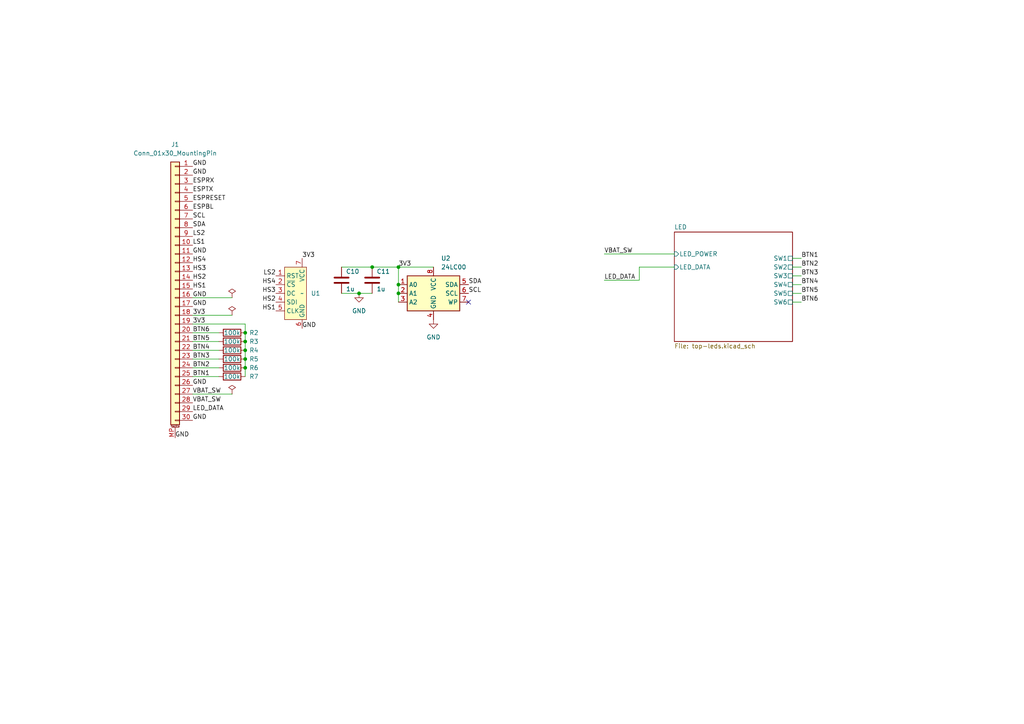
<source format=kicad_sch>
(kicad_sch (version 20230121) (generator eeschema)
  (paper "A4")
  (lib_symbols
    (symbol "Connector_Generic_MountingPin:Conn_01x30_MountingPin" (pin_names (offset 1.016) hide)
      (property "Reference" "J" (at 0 38.1 0))
      (property "Value" "Conn_01x30_MountingPin" (at 1.27 -40.64 0))
      (symbol "Conn_01x30_MountingPin_1_1"
        (rectangle (start -1.27 -37.973) (end 0 -38.227) (stroke (width 0.1524)))
        (rectangle (start -1.27 -35.433) (end 0 -35.687) (stroke (width 0.1524)))
        (rectangle (start -1.27 -32.893) (end 0 -33.147) (stroke (width 0.1524)))
        (rectangle (start -1.27 -30.353) (end 0 -30.607) (stroke (width 0.1524)))
        (rectangle (start -1.27 -27.813) (end 0 -28.067) (stroke (width 0.1524)))
        (rectangle (start -1.27 -25.273) (end 0 -25.527) (stroke (width 0.1524)))
        (rectangle (start -1.27 -22.733) (end 0 -22.987) (stroke (width 0.1524)))
        (rectangle (start -1.27 -20.193) (end 0 -20.447) (stroke (width 0.1524)))
        (rectangle (start -1.27 -17.653) (end 0 -17.907) (stroke (width 0.1524)))
        (rectangle (start -1.27 -15.113) (end 0 -15.367) (stroke (width 0.1524)))
        (rectangle (start -1.27 -12.573) (end 0 -12.827) (stroke (width 0.1524)))
        (rectangle (start -1.27 -10.033) (end 0 -10.287) (stroke (width 0.1524)))
        (rectangle (start -1.27 -7.493) (end 0 -7.747) (stroke (width 0.1524)))
        (rectangle (start -1.27 -4.953) (end 0 -5.207) (stroke (width 0.1524)))
        (rectangle (start -1.27 -2.413) (end 0 -2.667) (stroke (width 0.1524)))
        (rectangle (start -1.27 0.127) (end 0 -0.127) (stroke (width 0.1524)))
        (rectangle (start -1.27 2.667) (end 0 2.413) (stroke (width 0.1524)))
        (rectangle (start -1.27 5.207) (end 0 4.953) (stroke (width 0.1524)))
        (rectangle (start -1.27 7.747) (end 0 7.493) (stroke (width 0.1524)))
        (rectangle (start -1.27 10.287) (end 0 10.033) (stroke (width 0.1524)))
        (rectangle (start -1.27 12.827) (end 0 12.573) (stroke (width 0.1524)))
        (rectangle (start -1.27 15.367) (end 0 15.113) (stroke (width 0.1524)))
        (rectangle (start -1.27 17.907) (end 0 17.653) (stroke (width 0.1524)))
        (rectangle (start -1.27 20.447) (end 0 20.193) (stroke (width 0.1524)))
        (rectangle (start -1.27 22.987) (end 0 22.733) (stroke (width 0.1524)))
        (rectangle (start -1.27 25.527) (end 0 25.273) (stroke (width 0.1524)))
        (rectangle (start -1.27 28.067) (end 0 27.813) (stroke (width 0.1524)))
        (rectangle (start -1.27 30.607) (end 0 30.353) (stroke (width 0.1524)))
        (rectangle (start -1.27 33.147) (end 0 32.893) (stroke (width 0.1524)))
        (rectangle (start -1.27 35.687) (end 0 35.433) (stroke (width 0.1524)))
        (rectangle (start -1.27 36.83) (end 1.27 -39.37) (stroke (width 0.254)) (fill (type background)))
        (polyline (pts (xy -1.016 -40.132) (xy 1.016 -40.132)) (stroke (width 0.1524)))
        (text "Mounting" (at 0 -39.751 0) (effects (font (size 0.381 0.381))))
        (pin passive line (at -5.08 35.56 0) (length 3.81) (name "Pin_1") (number "1"))
        (pin passive line (at -5.08 12.7 0) (length 3.81) (name "Pin_10") (number "10"))
        (pin passive line (at -5.08 10.16 0) (length 3.81) (name "Pin_11") (number "11"))
        (pin passive line (at -5.08 7.62 0) (length 3.81) (name "Pin_12") (number "12"))
        (pin passive line (at -5.08 5.08 0) (length 3.81) (name "Pin_13") (number "13"))
        (pin passive line (at -5.08 2.54 0) (length 3.81) (name "Pin_14") (number "14"))
        (pin passive line (at -5.08 0 0) (length 3.81) (name "Pin_15") (number "15"))
        (pin passive line (at -5.08 -2.54 0) (length 3.81) (name "Pin_16") (number "16"))
        (pin passive line (at -5.08 -5.08 0) (length 3.81) (name "Pin_17") (number "17"))
        (pin passive line (at -5.08 -7.62 0) (length 3.81) (name "Pin_18") (number "18"))
        (pin passive line (at -5.08 -10.16 0) (length 3.81) (name "Pin_19") (number "19"))
        (pin passive line (at -5.08 33.02 0) (length 3.81) (name "Pin_2") (number "2"))
        (pin passive line (at -5.08 -12.7 0) (length 3.81) (name "Pin_20") (number "20"))
        (pin passive line (at -5.08 -15.24 0) (length 3.81) (name "Pin_21") (number "21"))
        (pin passive line (at -5.08 -17.78 0) (length 3.81) (name "Pin_22") (number "22"))
        (pin passive line (at -5.08 -20.32 0) (length 3.81) (name "Pin_23") (number "23"))
        (pin passive line (at -5.08 -22.86 0) (length 3.81) (name "Pin_24") (number "24"))
        (pin passive line (at -5.08 -25.4 0) (length 3.81) (name "Pin_25") (number "25"))
        (pin passive line (at -5.08 -27.94 0) (length 3.81) (name "Pin_26") (number "26"))
        (pin passive line (at -5.08 -30.48 0) (length 3.81) (name "Pin_27") (number "27"))
        (pin passive line (at -5.08 -33.02 0) (length 3.81) (name "Pin_28") (number "28"))
        (pin passive line (at -5.08 -35.56 0) (length 3.81) (name "Pin_29") (number "29"))
        (pin passive line (at -5.08 30.48 0) (length 3.81) (name "Pin_3") (number "3"))
        (pin passive line (at -5.08 -38.1 0) (length 3.81) (name "Pin_30") (number "30"))
        (pin passive line (at -5.08 27.94 0) (length 3.81) (name "Pin_4") (number "4"))
        (pin passive line (at -5.08 25.4 0) (length 3.81) (name "Pin_5") (number "5"))
        (pin passive line (at -5.08 22.86 0) (length 3.81) (name "Pin_6") (number "6"))
        (pin passive line (at -5.08 20.32 0) (length 3.81) (name "Pin_7") (number "7"))
        (pin passive line (at -5.08 17.78 0) (length 3.81) (name "Pin_8") (number "8"))
        (pin passive line (at -5.08 15.24 0) (length 3.81) (name "Pin_9") (number "9"))
        (pin passive line (at 0 -43.18 90) (length 3.048) (name "MountPin") (number "MP"))
      )
    )
    (symbol "Device:C" (pin_numbers hide) (pin_names (offset 0.254))
      (property "Reference" "C" (at 0.635 2.54 0))
      (property "Value" "C" (at 0.635 -2.54 0))
      (symbol "C_0_1"
        (polyline (pts (xy -2.032 -0.762) (xy 2.032 -0.762)) (stroke (width 0.508)))
        (polyline (pts (xy -2.032 0.762) (xy 2.032 0.762)) (stroke (width 0.508)))
      )
      (symbol "C_1_1"
        (pin passive line (at 0 3.81 270) (length 2.794) (name "~") (number "1"))
        (pin passive line (at 0 -3.81 90) (length 2.794) (name "~") (number "2"))
      )
    )
    (symbol "Device:R" (pin_numbers hide) (pin_names (offset 0))
      (property "Reference" "R" (at 2.032 0 90))
      (property "Value" "R" (at 0 0 90))
      (symbol "R_0_1"
        (rectangle (start -1.016 -2.54) (end 1.016 2.54) (stroke (width 0.254)))
      )
      (symbol "R_1_1"
        (pin passive line (at 0 3.81 270) (length 1.27) (name "~") (number "1"))
        (pin passive line (at 0 -3.81 90) (length 1.27) (name "~") (number "2"))
      )
    )
    (symbol "Memory_EEPROM:24LC00"
      (property "Reference" "U" (at -6.35 6.35 0))
      (property "Value" "24LC00" (at 1.27 6.35 0))
      (symbol "24LC00_1_1"
        (rectangle (start -7.62 5.08) (end 7.62 -5.08) (stroke (width 0.254)) (fill (type background)))
        (pin input line (at -10.16 2.54 0) (length 2.54) (name "A0") (number "1"))
        (pin input line (at -10.16 0 0) (length 2.54) (name "A1") (number "2"))
        (pin input line (at -10.16 -2.54 0) (length 2.54) (name "A2") (number "3"))
        (pin power_in line (at 0 -7.62 90) (length 2.54) (name "GND") (number "4"))
        (pin bidirectional line (at 10.16 2.54 180) (length 2.54) (name "SDA") (number "5"))
        (pin input line (at 10.16 0 180) (length 2.54) (name "SCL") (number "6"))
        (pin input line (at 10.16 -2.54 180) (length 2.54) (name "WP") (number "7"))
        (pin power_in line (at 0 7.62 270) (length 2.54) (name "VCC") (number "8"))
      )
    )
    (symbol "tildagon:roundscreen"
      (property "Reference" "U" (at -5.08 8.89 0))
      (symbol "roundscreen_1_1"
        (rectangle (start -5.08 7.62) (end 1.27 -7.62) (fill (type background)))
        (pin input line (at -7.62 5.08 0) (length 2.54) (name "RST") (number "1"))
        (pin input line (at -7.62 2.54 0) (length 2.54) (name "~{CS}") (number "2"))
        (pin input line (at -7.62 0 0) (length 2.54) (name "DC") (number "3"))
        (pin input line (at -7.62 -2.54 0) (length 2.54) (name "SDI") (number "4"))
        (pin input line (at -7.62 -5.08 0) (length 2.54) (name "CLK") (number "5"))
        (pin power_in line (at 0 -10.16 90) (length 2.54) (name "GND") (number "6"))
        (pin power_in line (at 0 10.16 270) (length 2.54) (name "VCC") (number "7"))
      )
    )
    (symbol "power:GND" (power) (pin_names (offset 0))
      (property "Value" "GND" (at 0 -3.81 0))
      (symbol "GND_0_1"
        (polyline (pts (xy 0 0) (xy 0 -1.27) (xy 1.27 -1.27) (xy 0 -2.54) (xy -1.27 -1.27) (xy 0 -1.27)))
      )
      (symbol "GND_1_1"
        (pin power_in line (at 0 0 270) (length 0) hide (name "GND") (number "1"))
      )
    )
    (symbol "power:PWR_FLAG" (power) (pin_numbers hide) (pin_names (offset 0) hide)
      (property "Value" "PWR_FLAG" (at 0 3.81 0))
      (symbol "PWR_FLAG_0_0"
        (pin power_out line (at 0 0 90) (length 0) (name "pwr") (number "1"))
      )
      (symbol "PWR_FLAG_0_1"
        (polyline (pts (xy 0 0) (xy 0 1.27) (xy -1.016 1.905) (xy 0 2.54) (xy 1.016 1.905) (xy 0 1.27)))
      )
    )
  )
  (junction (at 115.57 85.09))
  (junction (at 71.12 96.52))
  (junction (at 115.57 82.55))
  (junction (at 71.12 99.06))
  (junction (at 71.12 106.68))
  (junction (at 104.14 85.09))
  (junction (at 107.95 77.47))
  (junction (at 71.12 101.6))
  (junction (at 115.57 77.47))
  (junction (at 71.12 104.14))
  (no_connect (at 135.89 87.63))
  (wire (pts (xy 71.12 99.06) (xy 71.12 101.6)))
  (wire (pts (xy 107.95 77.47) (xy 115.57 77.47)))
  (wire (pts (xy 55.88 104.14) (xy 63.5 104.14)))
  (wire (pts (xy 55.88 86.36) (xy 67.31 86.36)))
  (wire (pts (xy 185.42 77.47) (xy 185.42 81.28)))
  (wire (pts (xy 71.12 96.52) (xy 71.12 99.06)))
  (wire (pts (xy 71.12 106.68) (xy 71.12 109.22)))
  (wire (pts (xy 229.87 85.09) (xy 232.41 85.09)))
  (wire (pts (xy 229.87 87.63) (xy 232.41 87.63)))
  (wire (pts (xy 104.14 85.09) (xy 107.95 85.09)))
  (wire (pts (xy 55.88 93.98) (xy 71.12 93.98)))
  (wire (pts (xy 195.58 77.47) (xy 185.42 77.47)))
  (wire (pts (xy 115.57 82.55) (xy 115.57 85.09)))
  (wire (pts (xy 229.87 82.55) (xy 232.41 82.55)))
  (wire (pts (xy 55.88 101.6) (xy 63.5 101.6)))
  (wire (pts (xy 125.73 77.47) (xy 115.57 77.47)))
  (wire (pts (xy 71.12 93.98) (xy 71.12 96.52)))
  (wire (pts (xy 115.57 85.09) (xy 115.57 87.63)))
  (wire (pts (xy 229.87 77.47) (xy 232.41 77.47)))
  (wire (pts (xy 175.26 73.66) (xy 195.58 73.66)))
  (wire (pts (xy 55.88 99.06) (xy 63.5 99.06)))
  (wire (pts (xy 99.06 85.09) (xy 104.14 85.09)))
  (wire (pts (xy 185.42 81.28) (xy 175.26 81.28)))
  (wire (pts (xy 71.12 104.14) (xy 71.12 106.68)))
  (wire (pts (xy 55.88 109.22) (xy 63.5 109.22)))
  (wire (pts (xy 55.88 114.3) (xy 67.31 114.3)))
  (wire (pts (xy 229.87 80.01) (xy 232.41 80.01)))
  (wire (pts (xy 229.87 74.93) (xy 232.41 74.93)))
  (wire (pts (xy 55.88 106.68) (xy 63.5 106.68)))
  (wire (pts (xy 71.12 101.6) (xy 71.12 104.14)))
  (wire (pts (xy 99.06 77.47) (xy 107.95 77.47)))
  (wire (pts (xy 55.88 96.52) (xy 63.5 96.52)))
  (wire (pts (xy 55.88 91.44) (xy 67.31 91.44)))
  (wire (pts (xy 115.57 77.47) (xy 115.57 82.55)))
  (label "ESPBL" (at 55.88 60.96 0))
  (label "LS2" (at 80.01 80.01 180))
  (label "BTN5" (at 55.88 99.06 0))
  (label "GND" (at 55.88 48.26 0))
  (label "GND" (at 55.88 111.76 0))
  (label "HS1" (at 80.01 90.17 180))
  (label "HS2" (at 80.01 87.63 180))
  (label "BTN6" (at 55.88 96.52 0))
  (label "BTN3" (at 232.41 80.01 0))
  (label "LS1" (at 55.88 71.12 0))
  (label "ESPRESET" (at 55.88 58.42 0))
  (label "HS2" (at 55.88 81.28 0))
  (label "3V3" (at 115.57 77.47 0))
  (label "GND" (at 55.88 88.9 0))
  (label "LED_DATA" (at 55.88 119.38 0))
  (label "HS1" (at 55.88 83.82 0))
  (label "BTN1" (at 55.88 109.22 0))
  (label "SDA" (at 55.88 66.04 0))
  (label "GND" (at 50.8 127 0))
  (label "VBAT_SW" (at 55.88 116.84 0))
  (label "HS3" (at 55.88 78.74 0))
  (label "SCL" (at 55.88 63.5 0))
  (label "LED_DATA" (at 175.26 81.28 0))
  (label "GND" (at 55.88 86.36 0))
  (label "BTN5" (at 232.41 85.09 0))
  (label "HS3" (at 80.01 85.09 180))
  (label "BTN3" (at 55.88 104.14 0))
  (label "BTN2" (at 232.41 77.47 0))
  (label "3V3" (at 55.88 91.44 0))
  (label "GND" (at 55.88 73.66 0))
  (label "ESPRX" (at 55.88 53.34 0))
  (label "SDA" (at 135.89 82.55 0))
  (label "3V3" (at 55.88 93.98 0))
  (label "BTN6" (at 232.41 87.63 0))
  (label "BTN2" (at 55.88 106.68 0))
  (label "BTN1" (at 232.41 74.93 0))
  (label "SCL" (at 135.89 85.09 0))
  (label "3V3" (at 87.63 74.93 0))
  (label "VBAT_SW" (at 175.26 73.66 0))
  (label "GND" (at 55.88 121.92 0))
  (label "GND" (at 87.63 95.25 0))
  (label "VBAT_SW" (at 55.88 114.3 0))
  (label "BTN4" (at 55.88 101.6 0))
  (label "HS4" (at 80.01 82.55 180))
  (label "GND" (at 55.88 50.8 0))
  (label "HS4" (at 55.88 76.2 0))
  (label "LS2" (at 55.88 68.58 0))
  (label "BTN4" (at 232.41 82.55 0))
  (label "ESPTX" (at 55.88 55.88 0))
  (symbol (lib_id "power:PWR_FLAG") (at 67.31 86.36 0) (unit 1)
    (property "Reference" "#FLG01" (effects hide))
    (property "Value" "PWR_FLAG" (effects hide))
  )
  (symbol (lib_id "Device:R") (at 67.31 109.22 90) (unit 1)
    (property "Reference" "R7" (at 73.66 109.22 90))
    (property "Value" "100k" (at 67.31 109.22 90))
    (property "Footprint" "Resistor_SMD:R_0402_1005Metric" (effects hide))
  )
  (symbol (lib_id "power:PWR_FLAG") (at 67.31 114.3 0) (unit 1)
    (property "Reference" "#FLG03" (effects hide))
    (property "Value" "PWR_FLAG" (effects hide))
  )
  (symbol (lib_id "Device:C") (at 107.95 81.28 0) (unit 1)
    (property "Reference" "C11" (at 109.22 78.74 0) (effects (justify left)))
    (property "Value" "1u" (at 109.22 83.82 0) (effects (justify left)))
    (property "Footprint" "Capacitor_SMD:C_0402_1005Metric" (effects hide))
  )
  (symbol (lib_id "power:GND") (at 104.14 85.09 0) (unit 1)
    (property "Reference" "#PWR07" (effects hide))
    (property "Value" "GND" (at 104.14 90.17 0))
  )
  (symbol (lib_id "tildagon:roundscreen") (at 87.63 85.09 0) (unit 1)
    (property "Reference" "U1" (at 90.17 85.09 0) (effects (justify left)))
    (property "Value" "~" (at 87.63 85.09 0))
    (property "Footprint" "tildagon:PinHeader_1x07_P2.54mm_Vertical_LockPads" (effects hide))
  )
  (symbol (lib_id "Device:R") (at 67.31 99.06 90) (unit 1)
    (property "Reference" "R3" (at 73.66 99.06 90))
    (property "Value" "100k" (at 67.31 99.06 90))
    (property "Footprint" "Resistor_SMD:R_0402_1005Metric" (effects hide))
  )
  (symbol (lib_id "Device:C") (at 99.06 81.28 0) (unit 1)
    (property "Reference" "C10" (at 100.33 78.74 0) (effects (justify left)))
    (property "Value" "1u" (at 100.33 83.82 0) (effects (justify left)))
    (property "Footprint" "Capacitor_SMD:C_0402_1005Metric" (effects hide))
  )
  (symbol (lib_id "Device:R") (at 67.31 101.6 90) (unit 1)
    (property "Reference" "R4" (at 73.66 101.6 90))
    (property "Value" "100k" (at 67.31 101.6 90))
    (property "Footprint" "Resistor_SMD:R_0402_1005Metric" (effects hide))
  )
  (symbol (lib_id "Device:R") (at 67.31 106.68 90) (unit 1)
    (property "Reference" "R6" (at 73.66 106.68 90))
    (property "Value" "100k" (at 67.31 106.68 90))
    (property "Footprint" "Resistor_SMD:R_0402_1005Metric" (effects hide))
  )
  (symbol (lib_id "Device:R") (at 67.31 104.14 90) (unit 1)
    (property "Reference" "R5" (at 73.66 104.14 90))
    (property "Value" "100k" (at 67.31 104.14 90))
    (property "Footprint" "Resistor_SMD:R_0402_1005Metric" (effects hide))
  )
  (symbol (lib_id "Connector_Generic_MountingPin:Conn_01x30_MountingPin") (at 50.8 83.82 0) (mirror y) (unit 1)
    (property "Reference" "J1" (at 50.8 41.91 0))
    (property "Value" "Conn_01x30_MountingPin" (at 50.8 44.45 0))
    (property "Footprint" "tildagon:Jushuo_AFC01-S30FCC-00_1x30-1MP_P0.50mm_Horizontal" (effects hide))
  )
  (symbol (lib_id "Device:R") (at 67.31 96.52 90) (unit 1)
    (property "Reference" "R2" (at 73.66 96.52 90))
    (property "Value" "100k" (at 67.31 96.52 90))
    (property "Footprint" "Resistor_SMD:R_0402_1005Metric" (effects hide))
  )
  (symbol (lib_id "Memory_EEPROM:24LC00") (at 125.73 85.09 0) (unit 1)
    (property "Reference" "U2" (at 127.9241 74.93 0) (effects (justify left)))
    (property "Value" "24LC00" (at 127.9241 77.47 0) (effects (justify left)))
    (property "Footprint" "Package_SO:TSSOP-8_4.4x3mm_P0.65mm" (effects hide))
    (property "Datasheet" "http://ww1.microchip.com/downloads/en/DeviceDoc/21178G.pdf" (effects hide))
  )
  (symbol (lib_id "power:GND") (at 125.73 92.71 0) (unit 1)
    (property "Reference" "#PWR06" (effects hide))
    (property "Value" "GND" (at 125.73 97.79 0))
  )
  (symbol (lib_id "power:PWR_FLAG") (at 67.31 91.44 0) (unit 1)
    (property "Reference" "#FLG02" (effects hide))
    (property "Value" "PWR_FLAG" (effects hide))
  )
  (sheet (at 195.58 67.31) (size 34.29 31.75) (stroke (width 0.1524))
    (property "Sheetname" "LED" (at 195.58 66.5984 0) (effects (justify left bottom)))
    (property "Sheetfile" "top-leds.kicad_sch" (at 195.58 99.6446 0) (effects (justify left top)))
    (pin "LED_POWER" input (at 195.58 73.66 180))
    (pin "LED_DATA" input (at 195.58 77.47 180))
    (pin "SW5" passive (at 229.87 85.09 0))
    (pin "SW6" passive (at 229.87 87.63 0))
    (pin "SW1" passive (at 229.87 74.93 0))
    (pin "SW2" passive (at 229.87 77.47 0))
    (pin "SW3" passive (at 229.87 80.01 0))
    (pin "SW4" passive (at 229.87 82.55 0))
  )
)
</source>
